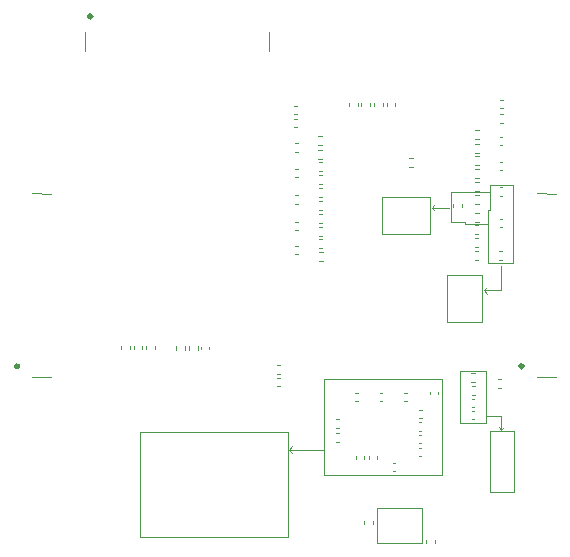
<source format=gbr>
%TF.GenerationSoftware,KiCad,Pcbnew,5.1.10-88a1d61d58~88~ubuntu20.04.1*%
%TF.CreationDate,2021-06-10T18:40:27+05:30*%
%TF.ProjectId,LB1A_DCA7M4_R512MB_F4GB,4c423141-5f44-4434-9137-4d345f523531,1.0.0*%
%TF.SameCoordinates,Original*%
%TF.FileFunction,Legend,Bot*%
%TF.FilePolarity,Positive*%
%FSLAX46Y46*%
G04 Gerber Fmt 4.6, Leading zero omitted, Abs format (unit mm)*
G04 Created by KiCad (PCBNEW 5.1.10-88a1d61d58~88~ubuntu20.04.1) date 2021-06-10 18:40:27*
%MOMM*%
%LPD*%
G01*
G04 APERTURE LIST*
%ADD10C,0.304800*%
%ADD11C,0.120000*%
%ADD12C,0.100000*%
G04 APERTURE END LIST*
D10*
X122841421Y-67800000D02*
G75*
G03*
X122841421Y-67800000I-141421J0D01*
G01*
X159341421Y-97400000D02*
G75*
G03*
X159341421Y-97400000I-141421J0D01*
G01*
X116641421Y-97400000D02*
G75*
G03*
X116641421Y-97400000I-141421J0D01*
G01*
D11*
X157500000Y-102800000D02*
X157700000Y-102600000D01*
X157500000Y-102800000D02*
X157300000Y-102600000D01*
X157500000Y-101600000D02*
X157500000Y-102800000D01*
X156300000Y-101600000D02*
X157500000Y-101600000D01*
X156500000Y-108100000D02*
X156500000Y-102900000D01*
X156600000Y-108100000D02*
X156500000Y-108100000D01*
X158600000Y-108100000D02*
X156600000Y-108100000D01*
X158600000Y-102900000D02*
X158600000Y-108100000D01*
X156500000Y-102900000D02*
X158600000Y-102900000D01*
X156200000Y-97800000D02*
X154000000Y-97800000D01*
X156200000Y-102200000D02*
X156200000Y-97800000D01*
X154000000Y-102200000D02*
X156200000Y-102200000D01*
X154000000Y-97800000D02*
X154000000Y-102200000D01*
X139500000Y-104500000D02*
X139800000Y-104800000D01*
X139500000Y-104500000D02*
X139800000Y-104200000D01*
X142400000Y-104500000D02*
X139500000Y-104500000D01*
X139400000Y-111900000D02*
X139400000Y-103000000D01*
X139000000Y-111900000D02*
X139400000Y-111900000D01*
X136700000Y-111900000D02*
X139000000Y-111900000D01*
X131000000Y-111900000D02*
X136700000Y-111900000D01*
X126900000Y-111900000D02*
X131000000Y-111900000D01*
X126900000Y-103000000D02*
X126900000Y-111900000D01*
X139400000Y-103000000D02*
X126900000Y-103000000D01*
X152100000Y-98500000D02*
X152500000Y-98500000D01*
X142500000Y-98500000D02*
X152100000Y-98500000D01*
X142500000Y-99400000D02*
X142500000Y-98500000D01*
X142500000Y-106600000D02*
X142500000Y-99400000D01*
X152500000Y-106600000D02*
X142500000Y-106600000D01*
X152500000Y-98500000D02*
X152500000Y-106600000D01*
X156400000Y-84200000D02*
X156500000Y-84200000D01*
X154400000Y-85400000D02*
X156400000Y-85400000D01*
X154400000Y-85300000D02*
X154400000Y-85400000D01*
X154400000Y-85200000D02*
X154400000Y-85300000D01*
X153200000Y-85200000D02*
X154400000Y-85200000D01*
X153200000Y-84900000D02*
X153200000Y-85200000D01*
X156200000Y-90800000D02*
X156300000Y-90700000D01*
X156000000Y-91000000D02*
X156300000Y-91300000D01*
X156000000Y-91000000D02*
X156200000Y-90800000D01*
X157500000Y-91000000D02*
X156000000Y-91000000D01*
X157500000Y-88900000D02*
X157500000Y-91000000D01*
X156500000Y-82100000D02*
X156500000Y-82700000D01*
X156400000Y-84600000D02*
X156400000Y-84200000D01*
X156400000Y-88700000D02*
X156400000Y-84600000D01*
X158500000Y-88700000D02*
X156400000Y-88700000D01*
X158500000Y-82100000D02*
X158500000Y-88700000D01*
X156500000Y-82100000D02*
X158500000Y-82100000D01*
X152900000Y-93700000D02*
X152900000Y-93600000D01*
X155900000Y-93700000D02*
X152900000Y-93700000D01*
X155900000Y-89700000D02*
X155900000Y-93700000D01*
X152900000Y-89700000D02*
X155900000Y-89700000D01*
X152900000Y-93600000D02*
X152900000Y-89700000D01*
X151600000Y-84000000D02*
X151800000Y-84200000D01*
X151600000Y-84000000D02*
X151800000Y-83800000D01*
X153100000Y-84000000D02*
X151600000Y-84000000D01*
X156500000Y-84200000D02*
X156500000Y-82700000D01*
X153200000Y-84800000D02*
X153200000Y-84900000D01*
X153200000Y-82700000D02*
X153200000Y-84800000D01*
X154700000Y-82700000D02*
X153200000Y-82700000D01*
X156500000Y-82700000D02*
X154700000Y-82700000D01*
X147400000Y-83100000D02*
X147400000Y-86200000D01*
X151500000Y-83100000D02*
X147400000Y-83100000D01*
X151500000Y-86200000D02*
X151500000Y-83100000D01*
X147400000Y-86200000D02*
X151500000Y-86200000D01*
D12*
%TO.C,U7*%
X160560000Y-82770000D02*
X162160000Y-82810000D01*
X160560000Y-98330000D02*
X162160000Y-98330000D01*
%TO.C,U6*%
X137850000Y-69140000D02*
X137810000Y-70740000D01*
X122290000Y-69140000D02*
X122290000Y-70740000D01*
D11*
%TO.C,C4*%
X155012164Y-100170000D02*
X155227836Y-100170000D01*
X155012164Y-100890000D02*
X155227836Y-100890000D01*
%TO.C,C76*%
X151140000Y-112347836D02*
X151140000Y-112132164D01*
X151860000Y-112347836D02*
X151860000Y-112132164D01*
%TO.C,C75*%
X146600000Y-110777836D02*
X146600000Y-110562164D01*
X145880000Y-110777836D02*
X145880000Y-110562164D01*
%TO.C,C74*%
X149517836Y-100380000D02*
X149302164Y-100380000D01*
X149517836Y-99660000D02*
X149302164Y-99660000D01*
%TO.C,C73*%
X147417836Y-100390000D02*
X147202164Y-100390000D01*
X147417836Y-99670000D02*
X147202164Y-99670000D01*
%TO.C,C72*%
X145337836Y-100390000D02*
X145122164Y-100390000D01*
X145337836Y-99670000D02*
X145122164Y-99670000D01*
%TO.C,C70*%
X150492164Y-104320000D02*
X150707836Y-104320000D01*
X150492164Y-105040000D02*
X150707836Y-105040000D01*
%TO.C,C69*%
X150492164Y-103240000D02*
X150707836Y-103240000D01*
X150492164Y-103960000D02*
X150707836Y-103960000D01*
%TO.C,C68*%
X150512164Y-102170000D02*
X150727836Y-102170000D01*
X150512164Y-102890000D02*
X150727836Y-102890000D01*
%TO.C,C67*%
X150532164Y-101100000D02*
X150747836Y-101100000D01*
X150532164Y-101820000D02*
X150747836Y-101820000D01*
%TO.C,C66*%
X146980000Y-105032164D02*
X146980000Y-105247836D01*
X146260000Y-105032164D02*
X146260000Y-105247836D01*
%TO.C,C65*%
X145880000Y-105032164D02*
X145880000Y-105247836D01*
X145160000Y-105032164D02*
X145160000Y-105247836D01*
%TO.C,C64*%
X143727836Y-103800000D02*
X143512164Y-103800000D01*
X143727836Y-103080000D02*
X143512164Y-103080000D01*
%TO.C,C63*%
X143717836Y-101920000D02*
X143502164Y-101920000D01*
X143717836Y-102640000D02*
X143502164Y-102640000D01*
%TO.C,X2*%
X150820000Y-109390000D02*
X150670000Y-109390000D01*
X150820000Y-112390000D02*
X150820000Y-109390000D01*
X150770000Y-112390000D02*
X150820000Y-112390000D01*
X150620000Y-112390000D02*
X150770000Y-112390000D01*
X146970000Y-112390000D02*
X150620000Y-112390000D01*
X146970000Y-109390000D02*
X146970000Y-112390000D01*
X150670000Y-109390000D02*
X146970000Y-109390000D01*
D12*
%TO.C,U5*%
X117790000Y-82770000D02*
X119390000Y-82810000D01*
X117790000Y-98330000D02*
X119390000Y-98330000D01*
D11*
%TO.C,R45*%
X128180000Y-95676359D02*
X128180000Y-95983641D01*
X127420000Y-95676359D02*
X127420000Y-95983641D01*
%TO.C,R44*%
X127120000Y-95696359D02*
X127120000Y-96003641D01*
X126360000Y-95696359D02*
X126360000Y-96003641D01*
%TO.C,R42*%
X130720000Y-95716359D02*
X130720000Y-96023641D01*
X129960000Y-95716359D02*
X129960000Y-96023641D01*
%TO.C,R41*%
X131780000Y-95726359D02*
X131780000Y-96033641D01*
X131020000Y-95726359D02*
X131020000Y-96033641D01*
%TO.C,R35*%
X153430000Y-83953641D02*
X153430000Y-83646359D01*
X154190000Y-83953641D02*
X154190000Y-83646359D01*
%TO.C,R33*%
X147460000Y-75106359D02*
X147460000Y-75413641D01*
X146700000Y-75106359D02*
X146700000Y-75413641D01*
%TO.C,R32*%
X145650000Y-75413641D02*
X145650000Y-75106359D01*
X146410000Y-75413641D02*
X146410000Y-75106359D01*
%TO.C,R31*%
X142016359Y-77970000D02*
X142323641Y-77970000D01*
X142016359Y-78730000D02*
X142323641Y-78730000D01*
%TO.C,R30*%
X144580000Y-75403641D02*
X144580000Y-75096359D01*
X145340000Y-75403641D02*
X145340000Y-75096359D01*
%TO.C,R29*%
X148540000Y-75106359D02*
X148540000Y-75413641D01*
X147780000Y-75106359D02*
X147780000Y-75413641D01*
%TO.C,R28*%
X155286359Y-82890000D02*
X155593641Y-82890000D01*
X155286359Y-83650000D02*
X155593641Y-83650000D01*
%TO.C,R26*%
X149686359Y-79800000D02*
X149993641Y-79800000D01*
X149686359Y-80560000D02*
X149993641Y-80560000D01*
%TO.C,R25*%
X142016359Y-79090000D02*
X142323641Y-79090000D01*
X142016359Y-79850000D02*
X142323641Y-79850000D01*
%TO.C,R24*%
X155573641Y-85180000D02*
X155266359Y-85180000D01*
X155573641Y-84420000D02*
X155266359Y-84420000D01*
%TO.C,R23*%
X142026359Y-80170000D02*
X142333641Y-80170000D01*
X142026359Y-80930000D02*
X142333641Y-80930000D01*
%TO.C,R22*%
X155603641Y-82560000D02*
X155296359Y-82560000D01*
X155603641Y-81800000D02*
X155296359Y-81800000D01*
%TO.C,R21*%
X142036359Y-86680000D02*
X142343641Y-86680000D01*
X142036359Y-87440000D02*
X142343641Y-87440000D01*
%TO.C,R20*%
X155613641Y-78220000D02*
X155306359Y-78220000D01*
X155613641Y-77460000D02*
X155306359Y-77460000D01*
%TO.C,R19*%
X155613641Y-81490000D02*
X155306359Y-81490000D01*
X155613641Y-80730000D02*
X155306359Y-80730000D01*
%TO.C,R18*%
X155603641Y-80400000D02*
X155296359Y-80400000D01*
X155603641Y-79640000D02*
X155296359Y-79640000D01*
%TO.C,R17*%
X142026359Y-85600000D02*
X142333641Y-85600000D01*
X142026359Y-86360000D02*
X142333641Y-86360000D01*
%TO.C,R16*%
X155543641Y-88420000D02*
X155236359Y-88420000D01*
X155543641Y-87660000D02*
X155236359Y-87660000D01*
%TO.C,R15*%
X142056359Y-87750000D02*
X142363641Y-87750000D01*
X142056359Y-88510000D02*
X142363641Y-88510000D01*
%TO.C,R14*%
X155553641Y-87330000D02*
X155246359Y-87330000D01*
X155553641Y-86570000D02*
X155246359Y-86570000D01*
%TO.C,R13*%
X142026359Y-84510000D02*
X142333641Y-84510000D01*
X142026359Y-85270000D02*
X142333641Y-85270000D01*
%TO.C,R12*%
X155563641Y-86260000D02*
X155256359Y-86260000D01*
X155563641Y-85500000D02*
X155256359Y-85500000D01*
%TO.C,R11*%
X142036359Y-82370000D02*
X142343641Y-82370000D01*
X142036359Y-83130000D02*
X142343641Y-83130000D01*
%TO.C,R10*%
X142036359Y-83430000D02*
X142343641Y-83430000D01*
X142036359Y-84190000D02*
X142343641Y-84190000D01*
%TO.C,R9*%
X155613641Y-79330000D02*
X155306359Y-79330000D01*
X155613641Y-78570000D02*
X155306359Y-78570000D01*
%TO.C,R8*%
X142026359Y-81240000D02*
X142333641Y-81240000D01*
X142026359Y-82000000D02*
X142333641Y-82000000D01*
%TO.C,R7*%
X154956359Y-98010000D02*
X155263641Y-98010000D01*
X154956359Y-98770000D02*
X155263641Y-98770000D01*
%TO.C,R2*%
X157186359Y-98470000D02*
X157493641Y-98470000D01*
X157186359Y-99230000D02*
X157493641Y-99230000D01*
%TO.C,C42*%
X132070000Y-95997836D02*
X132070000Y-95782164D01*
X132790000Y-95997836D02*
X132790000Y-95782164D01*
%TO.C,C38*%
X126060000Y-95722164D02*
X126060000Y-95937836D01*
X125340000Y-95722164D02*
X125340000Y-95937836D01*
%TO.C,C22*%
X140167836Y-77170000D02*
X139952164Y-77170000D01*
X140167836Y-76450000D02*
X139952164Y-76450000D01*
%TO.C,C21*%
X157422164Y-76080000D02*
X157637836Y-76080000D01*
X157422164Y-76800000D02*
X157637836Y-76800000D01*
%TO.C,C20*%
X157322164Y-87680000D02*
X157537836Y-87680000D01*
X157322164Y-88400000D02*
X157537836Y-88400000D01*
%TO.C,C19*%
X157352164Y-84940000D02*
X157567836Y-84940000D01*
X157352164Y-85660000D02*
X157567836Y-85660000D01*
%TO.C,C18*%
X157362164Y-82280000D02*
X157577836Y-82280000D01*
X157362164Y-83000000D02*
X157577836Y-83000000D01*
%TO.C,C17*%
X157382164Y-80120000D02*
X157597836Y-80120000D01*
X157382164Y-80840000D02*
X157597836Y-80840000D01*
%TO.C,C16*%
X157382164Y-77990000D02*
X157597836Y-77990000D01*
X157382164Y-78710000D02*
X157597836Y-78710000D01*
%TO.C,C15*%
X140167836Y-76080000D02*
X139952164Y-76080000D01*
X140167836Y-75360000D02*
X139952164Y-75360000D01*
%TO.C,C14*%
X140257836Y-79250000D02*
X140042164Y-79250000D01*
X140257836Y-78530000D02*
X140042164Y-78530000D01*
%TO.C,C13*%
X140257836Y-81410000D02*
X140042164Y-81410000D01*
X140257836Y-80690000D02*
X140042164Y-80690000D01*
%TO.C,C12*%
X140267836Y-83650000D02*
X140052164Y-83650000D01*
X140267836Y-82930000D02*
X140052164Y-82930000D01*
%TO.C,C11*%
X140267836Y-85890000D02*
X140052164Y-85890000D01*
X140267836Y-85170000D02*
X140052164Y-85170000D01*
%TO.C,C10*%
X140287836Y-87960000D02*
X140072164Y-87960000D01*
X140287836Y-87240000D02*
X140072164Y-87240000D01*
%TO.C,C9*%
X157422164Y-74860000D02*
X157637836Y-74860000D01*
X157422164Y-75580000D02*
X157637836Y-75580000D01*
%TO.C,C7*%
X148322164Y-105590000D02*
X148537836Y-105590000D01*
X148322164Y-106310000D02*
X148537836Y-106310000D01*
%TO.C,C6*%
X155022164Y-99110000D02*
X155237836Y-99110000D01*
X155022164Y-99830000D02*
X155237836Y-99830000D01*
%TO.C,C5*%
X138522164Y-97350000D02*
X138737836Y-97350000D01*
X138522164Y-98070000D02*
X138737836Y-98070000D01*
%TO.C,C3*%
X152140000Y-99562164D02*
X152140000Y-99777836D01*
X151420000Y-99562164D02*
X151420000Y-99777836D01*
%TO.C,C2*%
X138737836Y-99100000D02*
X138522164Y-99100000D01*
X138737836Y-98380000D02*
X138522164Y-98380000D01*
%TO.C,C1*%
X155012164Y-101180000D02*
X155227836Y-101180000D01*
X155012164Y-101900000D02*
X155227836Y-101900000D01*
%TD*%
M02*

</source>
